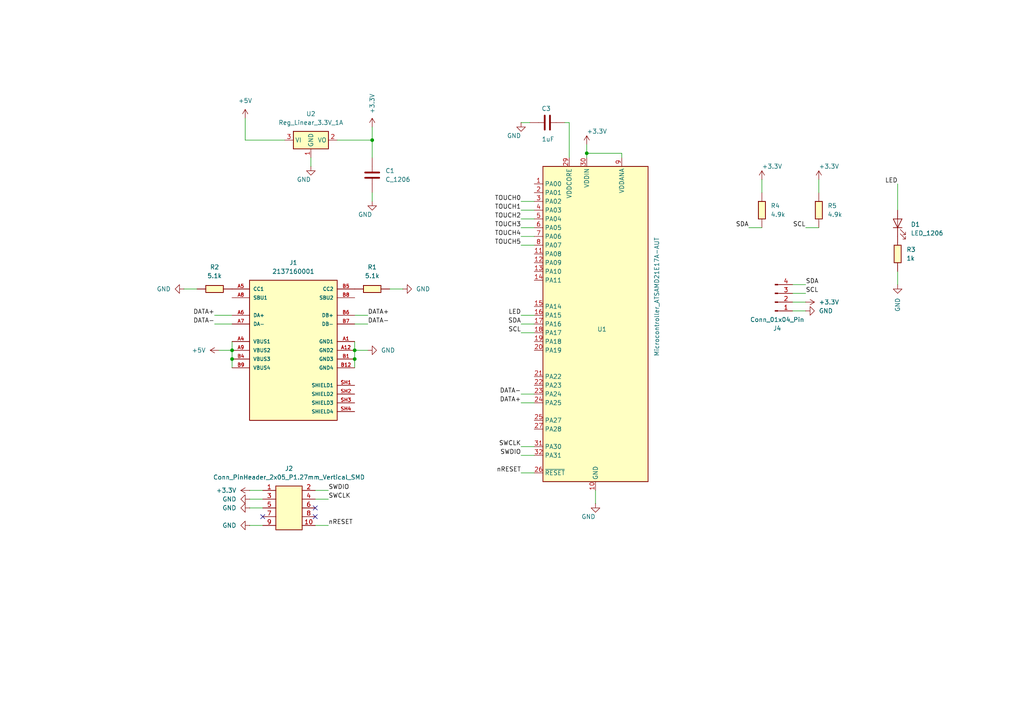
<source format=kicad_sch>
(kicad_sch (version 20250114) (generator "eeschema") (generator_version "9.0")
  (paper "A4")
  (lib_symbols
    (symbol "2137160001:2137160001" (pin_names (offset 1.016))
      (property "Reference" "J" (at -12.7 20.9042 0))
      (property "Value" "2137160001" (at -12.7 -22.86 0))
      (symbol "2137160001_0_0"
        (rectangle (start -12.7 -20.32) (end 12.7 20.32) (stroke (width 0.254)) (fill (type background)))
        (pin bidirectional line (at -17.78 17.78 0) (length 5.08) (name "CC1") (number "A5"))
        (pin bidirectional line (at -17.78 15.24 0) (length 5.08) (name "SBU1") (number "A8"))
        (pin bidirectional line (at -17.78 10.16 0) (length 5.08) (name "DA+") (number "A6"))
        (pin bidirectional line (at -17.78 7.62 0) (length 5.08) (name "DA-") (number "A7"))
        (pin power_in line (at -17.78 2.54 0) (length 5.08) (name "VBUS1") (number "A4"))
        (pin power_in line (at -17.78 0 0) (length 5.08) (name "VBUS2") (number "A9"))
        (pin power_in line (at -17.78 -2.54 0) (length 5.08) (name "VBUS3") (number "B4"))
        (pin power_in line (at -17.78 -5.08 0) (length 5.08) (name "VBUS4") (number "B9"))
        (pin bidirectional line (at 17.78 17.78 180) (length 5.08) (name "CC2") (number "B5"))
        (pin bidirectional line (at 17.78 15.24 180) (length 5.08) (name "SBU2") (number "B8"))
        (pin bidirectional line (at 17.78 10.16 180) (length 5.08) (name "DB+") (number "B6"))
        (pin bidirectional line (at 17.78 7.62 180) (length 5.08) (name "DB-") (number "B7"))
        (pin power_in line (at 17.78 2.54 180) (length 5.08) (name "GND1") (number "A1"))
        (pin power_in line (at 17.78 0 180) (length 5.08) (name "GND2") (number "A12"))
        (pin power_in line (at 17.78 -2.54 180) (length 5.08) (name "GND3") (number "B1"))
        (pin power_in line (at 17.78 -5.08 180) (length 5.08) (name "GND4") (number "B12"))
        (pin passive line (at 17.78 -10.16 180) (length 5.08) (name "SHIELD1") (number "SH1"))
        (pin passive line (at 17.78 -12.7 180) (length 5.08) (name "SHIELD2") (number "SH2"))
        (pin passive line (at 17.78 -15.24 180) (length 5.08) (name "SHIELD3") (number "SH3"))
        (pin passive line (at 17.78 -17.78 180) (length 5.08) (name "SHIELD4") (number "SH4"))
      )
    )
    (symbol "Connector:Conn_01x04_Pin" (pin_names (offset 1.016) (hide yes))
      (property "Reference" "J" (at 0 5.08 0))
      (property "Value" "Conn_01x04_Pin" (at 0 -7.62 0))
      (symbol "Conn_01x04_Pin_1_1"
        (rectangle (start 0.8636 2.667) (end 0 2.413) (stroke (width 0.1524)) (fill (type outline)))
        (rectangle (start 0.8636 0.127) (end 0 -0.127) (stroke (width 0.1524)) (fill (type outline)))
        (rectangle (start 0.8636 -2.413) (end 0 -2.667) (stroke (width 0.1524)) (fill (type outline)))
        (rectangle (start 0.8636 -4.953) (end 0 -5.207) (stroke (width 0.1524)) (fill (type outline)))
        (polyline (pts (xy 1.27 2.54) (xy 0.8636 2.54)) (stroke (width 0.1524)))
        (polyline (pts (xy 1.27 0) (xy 0.8636 0)) (stroke (width 0.1524)))
        (polyline (pts (xy 1.27 -2.54) (xy 0.8636 -2.54)) (stroke (width 0.1524)))
        (polyline (pts (xy 1.27 -5.08) (xy 0.8636 -5.08)) (stroke (width 0.1524)))
        (pin passive line (at 5.08 2.54 180) (length 3.81) (name "Pin_1") (number "1"))
        (pin passive line (at 5.08 0 180) (length 3.81) (name "Pin_2") (number "2"))
        (pin passive line (at 5.08 -2.54 180) (length 3.81) (name "Pin_3") (number "3"))
        (pin passive line (at 5.08 -5.08 180) (length 3.81) (name "Pin_4") (number "4"))
      )
    )
    (symbol "fab:C_1206" (pin_numbers (hide yes))
      (property "Reference" "C" (at 0.635 2.54 0))
      (property "Value" "C_1206" (at 0.635 -2.54 0))
      (symbol "C_1206_0_1"
        (polyline (pts (xy -2.032 0.762) (xy 2.032 0.762)) (stroke (width 0.508)))
        (polyline (pts (xy -2.032 -0.762) (xy 2.032 -0.762)) (stroke (width 0.508)))
        (polyline (pts (xy 0 0.635) (xy 0 2.54)))
        (polyline (pts (xy 0 -0.635) (xy 0 -2.54)))
      )
      (symbol "C_1206_1_1"
        (pin passive line (at 0 5.08 270) (length 2.54) (name "~") (number "1"))
        (pin passive line (at 0 -5.08 90) (length 2.54) (name "~") (number "2"))
      )
    )
    (symbol "fab:Conn_PinHeader_2x05_P1.27mm_Vertical_SMD" (pin_names (hide yes))
      (property "Reference" "J" (at 0 7.62 0))
      (property "Value" "Conn_PinHeader_2x05_P1.27mm_Vertical_SMD" (at 0 -7.62 0))
      (symbol "Conn_PinHeader_2x05_P1.27mm_Vertical_SMD_1_1"
        (rectangle (start -3.81 6.35) (end 3.81 -6.35) (stroke (width 0.254)) (fill (type background)))
        (pin passive line (at -7.62 5.08 0) (length 3.81) (name "Pin_1") (number "1"))
        (pin passive line (at -7.62 2.54 0) (length 3.81) (name "Pin_3") (number "3"))
        (pin passive line (at -7.62 0 0) (length 3.81) (name "Pin_5") (number "5"))
        (pin passive line (at -7.62 -2.54 0) (length 3.81) (name "Pin_7") (number "7"))
        (pin passive line (at -7.62 -5.08 0) (length 3.81) (name "Pin_9") (number "9"))
        (pin passive line (at 7.62 5.08 180) (length 3.81) (name "Pin_2") (number "2"))
        (pin passive line (at 7.62 2.54 180) (length 3.81) (name "Pin_4") (number "4"))
        (pin passive line (at 7.62 0 180) (length 3.81) (name "Pin_6") (number "6"))
        (pin passive line (at 7.62 -2.54 180) (length 3.81) (name "Pin_8") (number "8"))
        (pin passive line (at 7.62 -5.08 180) (length 3.81) (name "Pin_10") (number "10"))
      )
    )
    (symbol "fab:LED_1206" (pin_numbers (hide yes)) (pin_names (offset 1.016) (hide yes))
      (property "Reference" "D" (at 0 2.54 0))
      (property "Value" "LED_1206" (at 0 -2.54 0))
      (symbol "LED_1206_0_1"
        (polyline (pts (xy -3.048 -0.762) (xy -4.572 -2.286) (xy -3.81 -2.286) (xy -4.572 -2.286) (xy -4.572 -1.524)))
        (polyline (pts (xy -1.778 -0.762) (xy -3.302 -2.286) (xy -2.54 -2.286) (xy -3.302 -2.286) (xy -3.302 -1.524)))
        (polyline (pts (xy -1.27 0) (xy 1.27 0)))
        (polyline (pts (xy -1.27 -1.27) (xy -1.27 1.27)) (stroke (width 0.2032)))
        (polyline (pts (xy 1.27 -1.27) (xy 1.27 1.27) (xy -1.27 0) (xy 1.27 -1.27)) (stroke (width 0.2032)))
      )
      (symbol "LED_1206_1_1"
        (pin passive line (at -3.81 0 0) (length 2.54) (name "K") (number "1"))
        (pin passive line (at 3.81 0 180) (length 2.54) (name "A") (number "2"))
      )
    )
    (symbol "fab:Microcontroller_ATSAMD21E17A-AUT"
      (property "Reference" "U" (at -13.97 46.99 0))
      (property "Value" "Microcontroller_ATSAMD21E17A-AUT" (at 16.51 46.99 0))
      (symbol "Microcontroller_ATSAMD21E17A-AUT_1_1"
        (rectangle (start -15.24 45.72) (end 15.24 -45.72) (stroke (width 0.254)) (fill (type background)))
        (pin bidirectional line (at -17.78 40.64 0) (length 2.54) (name "PA00") (number "1"))
        (pin bidirectional line (at -17.78 38.1 0) (length 2.54) (name "PA01") (number "2"))
        (pin bidirectional line (at -17.78 35.56 0) (length 2.54) (name "PA02") (number "3"))
        (pin bidirectional line (at -17.78 33.02 0) (length 2.54) (name "PA03") (number "4"))
        (pin bidirectional line (at -17.78 30.48 0) (length 2.54) (name "PA04") (number "5"))
        (pin bidirectional line (at -17.78 27.94 0) (length 2.54) (name "PA05") (number "6"))
        (pin bidirectional line (at -17.78 25.4 0) (length 2.54) (name "PA06") (number "7"))
        (pin bidirectional line (at -17.78 22.86 0) (length 2.54) (name "PA07") (number "8"))
        (pin bidirectional line (at -17.78 20.32 0) (length 2.54) (name "PA08") (number "11"))
        (pin bidirectional line (at -17.78 17.78 0) (length 2.54) (name "PA09") (number "12"))
        (pin bidirectional line (at -17.78 15.24 0) (length 2.54) (name "PA10") (number "13"))
        (pin bidirectional line (at -17.78 12.7 0) (length 2.54) (name "PA11") (number "14"))
        (pin bidirectional line (at -17.78 5.08 0) (length 2.54) (name "PA14") (number "15"))
        (pin bidirectional line (at -17.78 2.54 0) (length 2.54) (name "PA15") (number "16"))
        (pin bidirectional line (at -17.78 0 0) (length 2.54) (name "PA16") (number "17"))
        (pin bidirectional line (at -17.78 -2.54 0) (length 2.54) (name "PA17") (number "18"))
        (pin bidirectional line (at -17.78 -5.08 0) (length 2.54) (name "PA18") (number "19"))
        (pin bidirectional line (at -17.78 -7.62 0) (length 2.54) (name "PA19") (number "20"))
        (pin bidirectional line (at -17.78 -15.24 0) (length 2.54) (name "PA22") (number "21"))
        (pin bidirectional line (at -17.78 -17.78 0) (length 2.54) (name "PA23") (number "22"))
        (pin bidirectional line (at -17.78 -20.32 0) (length 2.54) (name "PA24") (number "23"))
        (pin bidirectional line (at -17.78 -22.86 0) (length 2.54) (name "PA25") (number "24"))
        (pin bidirectional line (at -17.78 -27.94 0) (length 2.54) (name "PA27") (number "25"))
        (pin bidirectional line (at -17.78 -30.48 0) (length 2.54) (name "PA28") (number "27"))
        (pin bidirectional line (at -17.78 -35.56 0) (length 2.54) (name "PA30") (number "31"))
        (pin bidirectional line (at -17.78 -38.1 0) (length 2.54) (name "PA31") (number "32"))
        (pin input line (at -17.78 -43.18 0) (length 2.54) (name "~{RESET}") (number "26"))
        (pin power_out line (at -7.62 48.26 270) (length 2.54) (name "VDDCORE") (number "29"))
        (pin power_in line (at -2.54 48.26 270) (length 2.54) (name "VDDIN") (number "30"))
        (pin power_in line (at 0 -48.26 90) (length 2.54) (name "GND") (number "10"))
        (pin passive line (at 0 -48.26 90) (length 2.54) (hide yes) (name "GND") (number "28"))
        (pin power_in line (at 7.62 48.26 270) (length 2.54) (name "VDDANA") (number "9"))
      )
    )
    (symbol "fab:R_1206" (pin_numbers (hide yes)) (pin_names (offset 0))
      (property "Reference" "R" (at 2.54 0 90))
      (property "Value" "R_1206" (at -2.54 0 90))
      (symbol "R_1206_0_1"
        (rectangle (start -1.016 -2.54) (end 1.016 2.54) (stroke (width 0.254)) (fill (type background)))
      )
      (symbol "R_1206_1_1"
        (pin passive line (at 0 5.08 270) (length 2.54) (name "~") (number "1"))
        (pin passive line (at 0 -5.08 90) (length 2.54) (name "~") (number "2"))
      )
    )
    (symbol "fab:Regulator_Linear_3.3V_1A_DiodesIncorporated"
      (property "Reference" "U" (at -5.08 6.35 0))
      (property "Value" "Regulator_Linear_3.3V_1A_DiodesIncorporated" (at -5.08 3.81 0))
      (symbol "Regulator_Linear_3.3V_1A_DiodesIncorporated_0_1"
        (rectangle (start -5.08 2.54) (end 5.08 -2.54) (stroke (width 0.254)) (fill (type background)))
      )
      (symbol "Regulator_Linear_3.3V_1A_DiodesIncorporated_1_1"
        (pin power_in line (at -7.62 0 0) (length 2.54) (name "VI") (number "3"))
        (pin power_in line (at 0 -5.08 90) (length 2.54) (name "GND") (number "1"))
        (pin power_out line (at 7.62 0 180) (length 2.54) (name "VO") (number "2"))
      )
    )
    (symbol "power:+3.3V" (power) (pin_numbers (hide yes)) (pin_names (offset 0) (hide yes))
      (property "Value" "+3.3V" (at 0 3.556 0))
      (symbol "+3.3V_0_1"
        (polyline (pts (xy -0.762 1.27) (xy 0 2.54)))
        (polyline (pts (xy 0 2.54) (xy 0.762 1.27)))
        (polyline (pts (xy 0 0) (xy 0 2.54)))
      )
      (symbol "+3.3V_1_1"
        (pin power_in line (at 0 0 90) (length 0) (name "~") (number "1"))
      )
    )
    (symbol "power:+5V" (power) (pin_numbers (hide yes)) (pin_names (offset 0) (hide yes))
      (property "Value" "+5V" (at 0 3.556 0))
      (symbol "+5V_0_1"
        (polyline (pts (xy -0.762 1.27) (xy 0 2.54)))
        (polyline (pts (xy 0 2.54) (xy 0.762 1.27)))
        (polyline (pts (xy 0 0) (xy 0 2.54)))
      )
      (symbol "+5V_1_1"
        (pin power_in line (at 0 0 90) (length 0) (name "~") (number "1"))
      )
    )
    (symbol "power:GND" (power) (pin_numbers (hide yes)) (pin_names (offset 0) (hide yes))
      (property "Value" "GND" (at 0 -3.81 0))
      (symbol "GND_0_1"
        (polyline (pts (xy 0 0) (xy 0 -1.27) (xy 1.27 -1.27) (xy 0 -2.54) (xy -1.27 -1.27) (xy 0 -1.27)))
      )
      (symbol "GND_1_1"
        (pin power_in line (at 0 0 270) (length 0) (name "~") (number "1"))
      )
    )
  )
  (junction (at 67.31 101.6))
  (junction (at 170.18 44.45))
  (junction (at 102.87 104.14))
  (junction (at 102.87 101.6))
  (junction (at 67.31 104.14))
  (junction (at 107.95 40.64))
  (no_connect (at 91.44 147.32))
  (no_connect (at 91.44 149.86))
  (no_connect (at 76.2 149.86))
  (wire (pts (xy 180.34 45.72) (xy 180.34 44.45)))
  (wire (pts (xy 53.34 83.82) (xy 57.15 83.82)))
  (wire (pts (xy 107.95 40.64) (xy 107.95 45.72)))
  (wire (pts (xy 102.87 99.06) (xy 102.87 101.6)))
  (wire (pts (xy 151.13 132.08) (xy 154.94 132.08)))
  (wire (pts (xy 151.13 71.12) (xy 154.94 71.12)))
  (wire (pts (xy 233.68 90.17) (xy 229.87 90.17)))
  (wire (pts (xy 62.23 91.44) (xy 67.31 91.44)))
  (wire (pts (xy 102.87 104.14) (xy 102.87 106.68)))
  (wire (pts (xy 151.13 114.3) (xy 154.94 114.3)))
  (wire (pts (xy 151.13 35.56) (xy 153.67 35.56)))
  (wire (pts (xy 233.68 66.04) (xy 237.49 66.04)))
  (wire (pts (xy 107.95 36.83) (xy 107.95 40.64)))
  (wire (pts (xy 97.79 40.64) (xy 107.95 40.64)))
  (wire (pts (xy 170.18 41.91) (xy 170.18 44.45)))
  (wire (pts (xy 180.34 44.45) (xy 170.18 44.45)))
  (wire (pts (xy 116.84 83.82) (xy 113.03 83.82)))
  (wire (pts (xy 90.17 48.26) (xy 90.17 45.72)))
  (wire (pts (xy 237.49 52.07) (xy 237.49 55.88)))
  (wire (pts (xy 106.68 91.44) (xy 102.87 91.44)))
  (wire (pts (xy 151.13 137.16) (xy 154.94 137.16)))
  (wire (pts (xy 62.23 93.98) (xy 67.31 93.98)))
  (wire (pts (xy 151.13 60.96) (xy 154.94 60.96)))
  (wire (pts (xy 106.68 93.98) (xy 102.87 93.98)))
  (wire (pts (xy 151.13 58.42) (xy 154.94 58.42)))
  (wire (pts (xy 67.31 104.14) (xy 67.31 106.68)))
  (wire (pts (xy 63.5 101.6) (xy 67.31 101.6)))
  (wire (pts (xy 67.31 101.6) (xy 67.31 104.14)))
  (wire (pts (xy 72.39 142.24) (xy 76.2 142.24)))
  (wire (pts (xy 151.13 93.98) (xy 154.94 93.98)))
  (wire (pts (xy 217.17 66.04) (xy 220.98 66.04)))
  (wire (pts (xy 72.39 144.78) (xy 76.2 144.78)))
  (wire (pts (xy 233.68 87.63) (xy 229.87 87.63)))
  (wire (pts (xy 102.87 101.6) (xy 102.87 104.14)))
  (wire (pts (xy 165.1 35.56) (xy 165.1 45.72)))
  (wire (pts (xy 163.83 35.56) (xy 165.1 35.56)))
  (wire (pts (xy 233.68 85.09) (xy 229.87 85.09)))
  (wire (pts (xy 95.25 152.4) (xy 91.44 152.4)))
  (wire (pts (xy 72.39 152.4) (xy 76.2 152.4)))
  (wire (pts (xy 151.13 116.84) (xy 154.94 116.84)))
  (wire (pts (xy 151.13 91.44) (xy 154.94 91.44)))
  (wire (pts (xy 151.13 63.5) (xy 154.94 63.5)))
  (wire (pts (xy 151.13 129.54) (xy 154.94 129.54)))
  (wire (pts (xy 151.13 96.52) (xy 154.94 96.52)))
  (wire (pts (xy 71.12 34.29) (xy 71.12 40.64)))
  (wire (pts (xy 170.18 44.45) (xy 170.18 45.72)))
  (wire (pts (xy 72.39 147.32) (xy 76.2 147.32)))
  (wire (pts (xy 107.95 58.42) (xy 107.95 55.88)))
  (wire (pts (xy 151.13 66.04) (xy 154.94 66.04)))
  (wire (pts (xy 220.98 52.07) (xy 220.98 55.88)))
  (wire (pts (xy 95.25 142.24) (xy 91.44 142.24)))
  (wire (pts (xy 233.68 82.55) (xy 229.87 82.55)))
  (wire (pts (xy 260.35 53.34) (xy 260.35 60.96)))
  (wire (pts (xy 151.13 68.58) (xy 154.94 68.58)))
  (wire (pts (xy 172.72 146.05) (xy 172.72 142.24)))
  (wire (pts (xy 67.31 99.06) (xy 67.31 101.6)))
  (wire (pts (xy 260.35 82.55) (xy 260.35 78.74)))
  (wire (pts (xy 106.68 101.6) (xy 102.87 101.6)))
  (wire (pts (xy 95.25 144.78) (xy 91.44 144.78)))
  (wire (pts (xy 71.12 40.64) (xy 82.55 40.64)))
  (label "DATA-" (at 62.23 93.98 180))
  (label "SWCLK" (at 151.13 129.54 180))
  (label "DATA-" (at 151.13 114.3 180))
  (label "DATA+" (at 151.13 116.84 180))
  (label "LED" (at 260.35 53.34 180))
  (label "TOUCH0" (at 151.13 58.42 180))
  (label "SWDIO" (at 95.25 142.24 0))
  (label "TOUCH3" (at 151.13 66.04 180))
  (label "TOUCH4" (at 151.13 68.58 180))
  (label "SDA" (at 233.68 82.55 0))
  (label "TOUCH5" (at 151.13 71.12 180))
  (label "DATA+" (at 106.68 91.44 0))
  (label "SWCLK" (at 95.25 144.78 0))
  (label "nRESET" (at 95.25 152.4 0))
  (label "LED" (at 151.13 91.44 180))
  (label "SCL" (at 233.68 66.04 180))
  (label "TOUCH1" (at 151.13 60.96 180))
  (label "DATA+" (at 62.23 91.44 180))
  (label "SWDIO" (at 151.13 132.08 180))
  (label "SCL" (at 233.68 85.09 0))
  (label "SDA" (at 151.13 93.98 180))
  (label "SDA" (at 217.17 66.04 180))
  (label "nRESET" (at 151.13 137.16 180))
  (label "DATA-" (at 106.68 93.98 0))
  (label "SCL" (at 151.13 96.52 180))
  (label "TOUCH2" (at 151.13 63.5 180))
  (symbol (lib_id "fab:R_1206") (at 220.98 60.96 180) (unit 1)
    (property "Reference" "R4" (at 223.52 59.6899 0) (effects (justify right)))
    (property "Value" "4.9k" (at 223.52 62.2299 0) (effects (justify right)))
    (property "Footprint" "fab:R_1206" (effects (hide yes)))
    (property "Description" "Resistor" (effects (hide yes)))
  )
  (symbol (lib_id "power:GND") (at 260.35 82.55 0) (unit 1)
    (property "Reference" "#PWR020" (effects (hide yes)))
    (property "Value" "GND" (at 260.3499 86.36 90) (effects (justify right)))
    (property "Description" "Power symbol creates a global label with name \"GND\" , ground" (effects (hide yes)))
  )
  (symbol (lib_id "fab:LED_1206") (at 260.35 64.77 90) (unit 1)
    (property "Reference" "D1" (at 264.16 65.1001 90) (effects (justify right)))
    (property "Value" "LED_1206" (at 264.16 67.6401 90) (effects (justify right)))
    (property "Footprint" "fab:LED_1206" (effects (hide yes)))
    (property "Datasheet" "https://optoelectronics.liteon.com/upload/download/DS-22-98-0002/LTST-C150CKT.pdf" (effects (hide yes)))
    (property "Description" "Light emitting diode, Lite-On Inc. LTST, SMD" (effects (hide yes)))
  )
  (symbol (lib_id "power:GND") (at 53.34 83.82 270) (unit 1)
    (property "Reference" "#PWR015" (effects (hide yes)))
    (property "Value" "GND" (at 49.53 83.8199 90) (effects (justify right)))
    (property "Description" "Power symbol creates a global label with name \"GND\" , ground" (effects (hide yes)))
  )
  (symbol (lib_id "power:GND") (at 172.72 146.05 0) (unit 1)
    (property "Reference" "#PWR013" (effects (hide yes)))
    (property "Value" "GND" (at 172.7199 149.86 0) (effects (justify right)))
    (property "Description" "Power symbol creates a global label with name \"GND\" , ground" (effects (hide yes)))
  )
  (symbol (lib_id "power:+5V") (at 63.5 101.6 90) (unit 1)
    (property "Reference" "#PWR08" (effects (hide yes)))
    (property "Value" "+5V" (at 59.69 101.5999 90) (effects (justify left)))
    (property "Description" "Power symbol creates a global label with name \"+5V\"" (effects (hide yes)))
  )
  (symbol (lib_id "power:+3.3V") (at 107.95 36.83 0) (unit 1)
    (property "Reference" "#PWR011" (effects (hide yes)))
    (property "Value" "+3.3V" (at 107.9501 33.02 90) (effects (justify left)))
    (property "Description" "Power symbol creates a global label with name \"+3.3V\"" (effects (hide yes)))
  )
  (symbol (lib_id "power:+3.3V") (at 220.98 52.07 0) (unit 1)
    (property "Reference" "#PWR018" (effects (hide yes)))
    (property "Value" "+3.3V" (at 220.98 48.26 0) (effects (justify left)))
    (property "Description" "Power symbol creates a global label with name \"+3.3V\"" (effects (hide yes)))
  )
  (symbol (lib_id "power:+3.3V") (at 237.49 52.07 0) (unit 1)
    (property "Reference" "#PWR019" (effects (hide yes)))
    (property "Value" "+3.3V" (at 237.49 48.26 0) (effects (justify left)))
    (property "Description" "Power symbol creates a global label with name \"+3.3V\"" (effects (hide yes)))
  )
  (symbol (lib_id "power:GND") (at 90.17 48.26 0) (unit 1)
    (property "Reference" "#PWR016" (effects (hide yes)))
    (property "Value" "GND" (at 90.1699 52.07 0) (effects (justify right)))
    (property "Description" "Power symbol creates a global label with name \"GND\" , ground" (effects (hide yes)))
  )
  (symbol (lib_id "power:+3.3V") (at 72.39 142.24 90) (unit 1)
    (property "Reference" "#PWR02" (effects (hide yes)))
    (property "Value" "+3.3V" (at 68.58 142.2399 90) (effects (justify left)))
    (property "Description" "Power symbol creates a global label with name \"+3.3V\"" (effects (hide yes)))
  )
  (symbol (lib_id "power:GND") (at 233.68 90.17 90) (unit 1)
    (property "Reference" "#PWR021" (effects (hide yes)))
    (property "Value" "GND" (at 237.49 90.1701 90) (effects (justify right)))
    (property "Description" "Power symbol creates a global label with name \"GND\" , ground" (effects (hide yes)))
  )
  (symbol (lib_id "power:GND") (at 72.39 152.4 270) (unit 1)
    (property "Reference" "#PWR04" (effects (hide yes)))
    (property "Value" "GND" (at 68.58 152.3999 90) (effects (justify right)))
    (property "Description" "Power symbol creates a global label with name \"GND\" , ground" (effects (hide yes)))
  )
  (symbol (lib_id "Connector:Conn_01x04_Pin") (at 224.79 87.63 0) (mirror x) (unit 1)
    (property "Reference" "J4" (at 225.425 95.25 0))
    (property "Value" "Conn_01x04_Pin" (at 225.425 92.71 0))
    (property "Footprint" "footprints:MODULE_DM-OLED096-636" (effects (hide yes)))
    (property "Description" "Generic connector, single row, 01x04, script generated" (effects (hide yes)))
  )
  (symbol (lib_id "2137160001:2137160001") (at 85.09 101.6 0) (unit 1)
    (property "Reference" "J1" (at 85.09 76.2 0))
    (property "Value" "2137160001" (at 85.09 78.74 0))
    (property "Footprint" "footprints:MOLEX_2137160001" (effects (hide yes)))
    (property "MF" "Molex" (effects (hide yes)))
    (property "OPTION" "MOLEX_CONFIG" (effects (hide yes)))
    (property "Package" "None" (effects (hide yes)))
    (property "Price" "None" (effects (hide yes)))
    (property "Check_prices" "https://www.snapeda.com/parts/2137160001/Molex/view-part/?ref=eda" (effects (hide yes)))
    (property "STANDARD" "Manufacturer Recommendations" (effects (hide yes)))
    (property "PARTREV" "B" (effects (hide yes)))
    (property "SnapEDA_Link" "https://www.snapeda.com/parts/2137160001/Molex/view-part/?ref=snap" (effects (hide yes)))
    (property "MP" "2137160001" (effects (hide yes)))
    (property "Description_1" "USB-C (USB TYPE-C) USB 2.0 Receptacle Connector 24 (16+8 Dummy) Position Through Hole, Right Angle" (effects (hide yes)))
    (property "MANUFACTURER" "Molex" (effects (hide yes)))
    (property "Availability" "In Stock" (effects (hide yes)))
    (property "MAXIMUM_PACKAGE_HEIGHT" "3.36mm" (effects (hide yes)))
  )
  (symbol (lib_id "power:+3.3V") (at 233.68 87.63 270) (unit 1)
    (property "Reference" "#PWR017" (effects (hide yes)))
    (property "Value" "+3.3V" (at 237.49 87.63 90) (effects (justify left)))
    (property "Description" "Power symbol creates a global label with name \"+3.3V\"" (effects (hide yes)))
  )
  (symbol (lib_id "power:+5V") (at 71.12 34.29 0) (unit 1)
    (property "Reference" "#PWR09" (effects (hide yes)))
    (property "Value" "+5V" (at 71.12 29.21 0))
    (property "Description" "Power symbol creates a global label with name \"+5V\"" (effects (hide yes)))
  )
  (symbol (lib_id "fab:R_1206") (at 62.23 83.82 270) (unit 1)
    (property "Reference" "R2" (at 62.23 77.47 90))
    (property "Value" "5.1k" (at 62.23 80.01 90))
    (property "Footprint" "fab:R_1206" (effects (hide yes)))
    (property "Description" "Resistor" (effects (hide yes)))
  )
  (symbol (lib_id "power:+3.3V") (at 170.18 41.91 0) (unit 1)
    (property "Reference" "#PWR012" (effects (hide yes)))
    (property "Value" "+3.3V" (at 170.1801 38.1 0) (effects (justify left)))
    (property "Description" "Power symbol creates a global label with name \"+3.3V\"" (effects (hide yes)))
  )
  (symbol (lib_id "power:GND") (at 116.84 83.82 90) (unit 1)
    (property "Reference" "#PWR014" (effects (hide yes)))
    (property "Value" "GND" (at 120.65 83.8201 90) (effects (justify right)))
    (property "Description" "Power symbol creates a global label with name \"GND\" , ground" (effects (hide yes)))
  )
  (symbol (lib_id "power:GND") (at 72.39 144.78 270) (unit 1)
    (property "Reference" "#PWR01" (effects (hide yes)))
    (property "Value" "GND" (at 68.58 144.7799 90) (effects (justify right)))
    (property "Description" "Power symbol creates a global label with name \"GND\" , ground" (effects (hide yes)))
  )
  (symbol (lib_id "fab:R_1206") (at 107.95 83.82 90) (unit 1)
    (property "Reference" "R1" (at 107.95 77.47 90))
    (property "Value" "5.1k" (at 107.95 80.01 90))
    (property "Footprint" "fab:R_1206" (effects (hide yes)))
    (property "Description" "Resistor" (effects (hide yes)))
  )
  (symbol (lib_id "fab:R_1206") (at 237.49 60.96 180) (unit 1)
    (property "Reference" "R5" (at 240.03 59.6899 0) (effects (justify right)))
    (property "Value" "4.9k" (at 240.03 62.2299 0) (effects (justify right)))
    (property "Footprint" "fab:R_1206" (effects (hide yes)))
    (property "Description" "Resistor" (effects (hide yes)))
  )
  (symbol (lib_id "fab:Conn_PinHeader_2x05_P1.27mm_Vertical_SMD") (at 83.82 147.32 0) (unit 1)
    (property "Reference" "J2" (at 83.82 135.89 0))
    (property "Value" "Conn_PinHeader_2x05_P1.27mm_Vertical_SMD" (at 83.82 138.43 0))
    (property "Footprint" "fab:PinHeader_2x05_P1.27mm_Vertical_SMD" (effects (hide yes)))
    (property "Datasheet" "https://cdn.amphenol-icc.com/media/wysiwyg/files/drawing/20021121.pdf" (effects (hide yes)))
    (property "Description" "Connector Header Surface Mount 10 position 0.050\" (1.27mm)" (effects (hide yes)))
  )
  (symbol (lib_id "fab:C_1206") (at 107.95 50.8 0) (unit 1)
    (property "Reference" "C1" (at 111.76 49.5299 0) (effects (justify left)))
    (property "Value" "C_1206" (at 111.76 52.0699 0) (effects (justify left)))
    (property "Footprint" "fab:C_1206" (effects (hide yes)))
    (property "Datasheet" "https://www.yageo.com/upload/media/product/productsearch/datasheet/mlcc/UPY-GP_NP0_16V-to-50V_18.pdf" (effects (hide yes)))
    (property "Description" "Unpolarized capacitor, SMD, 1206" (effects (hide yes)))
  )
  (symbol (lib_id "power:GND") (at 72.39 147.32 270) (unit 1)
    (property "Reference" "#PWR03" (effects (hide yes)))
    (property "Value" "GND" (at 68.58 147.3199 90) (effects (justify right)))
    (property "Description" "Power symbol creates a global label with name \"GND\" , ground" (effects (hide yes)))
  )
  (symbol (lib_id "fab:Regulator_Linear_3.3V_1A_DiodesIncorporated") (at 90.17 40.64 0) (unit 1)
    (property "Reference" "U2" (at 90.17 33.02 0))
    (property "Value" "Reg_Linear_3.3V_1A" (at 90.17 35.56 0))
    (property "Footprint" "fab:SOT-223-3_TabPin2" (effects (hide yes)))
    (property "Datasheet" "https://www.diodes.com/assets/Datasheets/AZ1117I.pdf" (effects (hide yes)))
    (property "Description" "3.3V 1A Linear regulator from Diodes Incorporated in SOT-223-3 package" (effects (hide yes)))
  )
  (symbol (lib_id "power:GND") (at 151.13 35.56 0) (unit 1)
    (property "Reference" "#PWR010" (effects (hide yes)))
    (property "Value" "GND" (at 151.1299 39.37 0) (effects (justify right)))
    (property "Description" "Power symbol creates a global label with name \"GND\" , ground" (effects (hide yes)))
  )
  (symbol (lib_id "fab:R_1206") (at 260.35 73.66 180) (unit 1)
    (property "Reference" "R3" (at 262.89 72.3899 0) (effects (justify right)))
    (property "Value" "1k" (at 262.89 74.9299 0) (effects (justify right)))
    (property "Footprint" "fab:R_1206" (effects (hide yes)))
    (property "Description" "Resistor" (effects (hide yes)))
  )
  (symbol (lib_id "fab:Microcontroller_ATSAMD21E17A-AUT") (at 172.72 93.98 0) (unit 1)
    (property "Reference" "U1" (at 173.228 95.504 0) (effects (justify left)))
    (property "Value" "Microcontroller_ATSAMD21E17A-AUT" (at 190.5 103.378 90) (effects (justify left)))
    (property "Footprint" "fab:TQFP-32_7x7mm_P0.8mm" (effects (hide yes)))
    (property "Datasheet" "https://ww1.microchip.com/downloads/en/DeviceDoc/SAM_D21_DA1_Family_DataSheet_DS40001882F.pdf" (effects (hide yes)))
    (property "Description" "SAM D21 Microchip SMART ARM-based Flash MCU, 48Mhz, 32K Flash, 4K SRAM, TQFP-32" (effects (hide yes)))
  )
  (symbol (lib_id "power:GND") (at 106.68 101.6 90) (unit 1)
    (property "Reference" "#PWR07" (effects (hide yes)))
    (property "Value" "GND" (at 110.49 101.6001 90) (effects (justify right)))
    (property "Description" "Power symbol creates a global label with name \"GND\" , ground" (effects (hide yes)))
  )
  (symbol (lib_id "power:GND") (at 107.95 58.42 0) (unit 1)
    (property "Reference" "#PWR06" (effects (hide yes)))
    (property "Value" "GND" (at 107.9499 62.23 0) (effects (justify right)))
    (property "Description" "Power symbol creates a global label with name \"GND\" , ground" (effects (hide yes)))
  )
  (symbol (lib_id "fab:C_1206") (at 158.75 35.56 90) (unit 1)
    (property "Reference" "C3" (at 159.766 31.496 90) (effects (justify left)))
    (property "Value" "1uF" (at 160.782 40.386 90) (effects (justify left)))
    (property "Footprint" "fab:C_1206" (effects (hide yes)))
    (property "Datasheet" "https://www.yageo.com/upload/media/product/productsearch/datasheet/mlcc/UPY-GP_NP0_16V-to-50V_18.pdf" (effects (hide yes)))
    (property "Description" "Unpolarized capacitor, SMD, 1206" (effects (hide yes)))
  )
)
</source>
